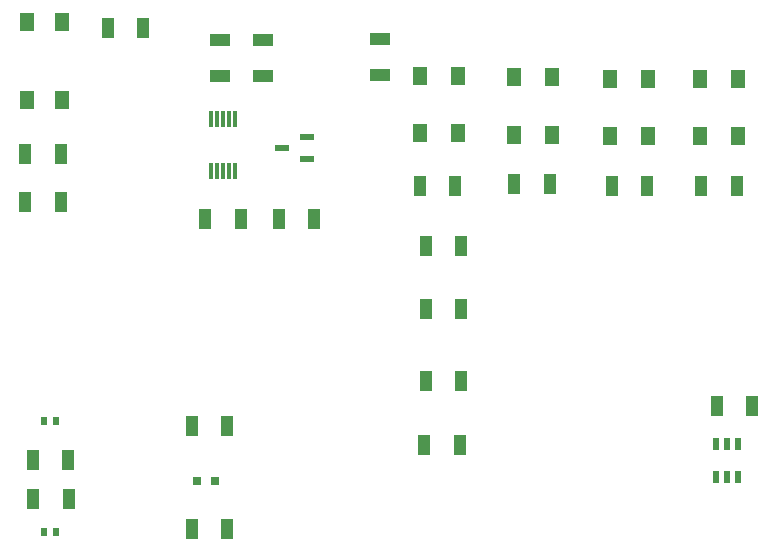
<source format=gtp>
G04*
G04 #@! TF.GenerationSoftware,Altium Limited,Altium Designer,22.1.2 (22)*
G04*
G04 Layer_Color=8421504*
%FSLAX25Y25*%
%MOIN*%
G70*
G04*
G04 #@! TF.SameCoordinates,9C9567F8-7803-4A2A-AD9E-191CB7A9E8FD*
G04*
G04*
G04 #@! TF.FilePolarity,Positive*
G04*
G01*
G75*
%ADD15R,0.04400X0.07100*%
G04:AMPARAMS|DCode=16|XSize=48.82mil|YSize=23.23mil|CornerRadius=5.81mil|HoleSize=0mil|Usage=FLASHONLY|Rotation=180.000|XOffset=0mil|YOffset=0mil|HoleType=Round|Shape=RoundedRectangle|*
%AMROUNDEDRECTD16*
21,1,0.04882,0.01161,0,0,180.0*
21,1,0.03720,0.02323,0,0,180.0*
1,1,0.01161,-0.01860,0.00581*
1,1,0.01161,0.01860,0.00581*
1,1,0.01161,0.01860,-0.00581*
1,1,0.01161,-0.01860,-0.00581*
%
%ADD16ROUNDEDRECTD16*%
%ADD17R,0.03150X0.03150*%
%ADD18R,0.02362X0.04331*%
%ADD19R,0.04750X0.06200*%
%ADD20R,0.07100X0.04400*%
%ADD21R,0.02362X0.02756*%
%ADD22R,0.04724X0.05906*%
%ADD23R,0.01181X0.05709*%
%ADD24R,0.01181X0.05787*%
D15*
X15100Y137000D02*
D03*
X26900D02*
D03*
X15100Y121000D02*
D03*
X26900D02*
D03*
X257400Y53000D02*
D03*
X245600D02*
D03*
X222400Y126500D02*
D03*
X210600D02*
D03*
X148100Y40000D02*
D03*
X159900D02*
D03*
X160400Y61500D02*
D03*
X148600D02*
D03*
X42600Y179000D02*
D03*
X54400D02*
D03*
X160400Y106500D02*
D03*
X148600D02*
D03*
Y85500D02*
D03*
X160400D02*
D03*
X82400Y12000D02*
D03*
X70600D02*
D03*
X82400Y46500D02*
D03*
X70600D02*
D03*
X17800Y22200D02*
D03*
X29600D02*
D03*
X17600Y34900D02*
D03*
X29400D02*
D03*
X99600Y115500D02*
D03*
X111400D02*
D03*
X252300Y126500D02*
D03*
X240500D02*
D03*
X189900Y127000D02*
D03*
X178100D02*
D03*
X158400Y126500D02*
D03*
X146600D02*
D03*
X75100Y115500D02*
D03*
X86900D02*
D03*
D16*
X100845Y139000D02*
D03*
X109153Y142740D02*
D03*
Y135260D02*
D03*
D17*
X72547Y28000D02*
D03*
X78453D02*
D03*
D18*
X245260Y29488D02*
D03*
D03*
D03*
X249000D02*
D03*
X252740Y40512D02*
D03*
Y29488D02*
D03*
Y40512D02*
D03*
X249000D02*
D03*
X245260D02*
D03*
D19*
X252850Y142900D02*
D03*
Y162100D02*
D03*
X240150Y142900D02*
D03*
Y162100D02*
D03*
X222850Y142900D02*
D03*
Y162100D02*
D03*
X210150Y142900D02*
D03*
Y162100D02*
D03*
X190850Y143400D02*
D03*
Y162600D02*
D03*
X178150Y143400D02*
D03*
Y162600D02*
D03*
X159350Y143900D02*
D03*
Y163100D02*
D03*
X146650Y143900D02*
D03*
Y163100D02*
D03*
D20*
X94500Y174900D02*
D03*
Y163100D02*
D03*
X80000D02*
D03*
Y174900D02*
D03*
X133500Y163500D02*
D03*
Y175300D02*
D03*
D21*
X21531Y48000D02*
D03*
X25469D02*
D03*
X21531Y11000D02*
D03*
X25469D02*
D03*
D22*
X15595Y155008D02*
D03*
X27406Y180992D02*
D03*
X15595D02*
D03*
X27406Y155008D02*
D03*
D23*
X77063Y131339D02*
D03*
D24*
X79031D02*
D03*
X81000D02*
D03*
X82968D02*
D03*
X84937D02*
D03*
Y148661D02*
D03*
X82968D02*
D03*
X81000D02*
D03*
X79031D02*
D03*
X77063D02*
D03*
M02*

</source>
